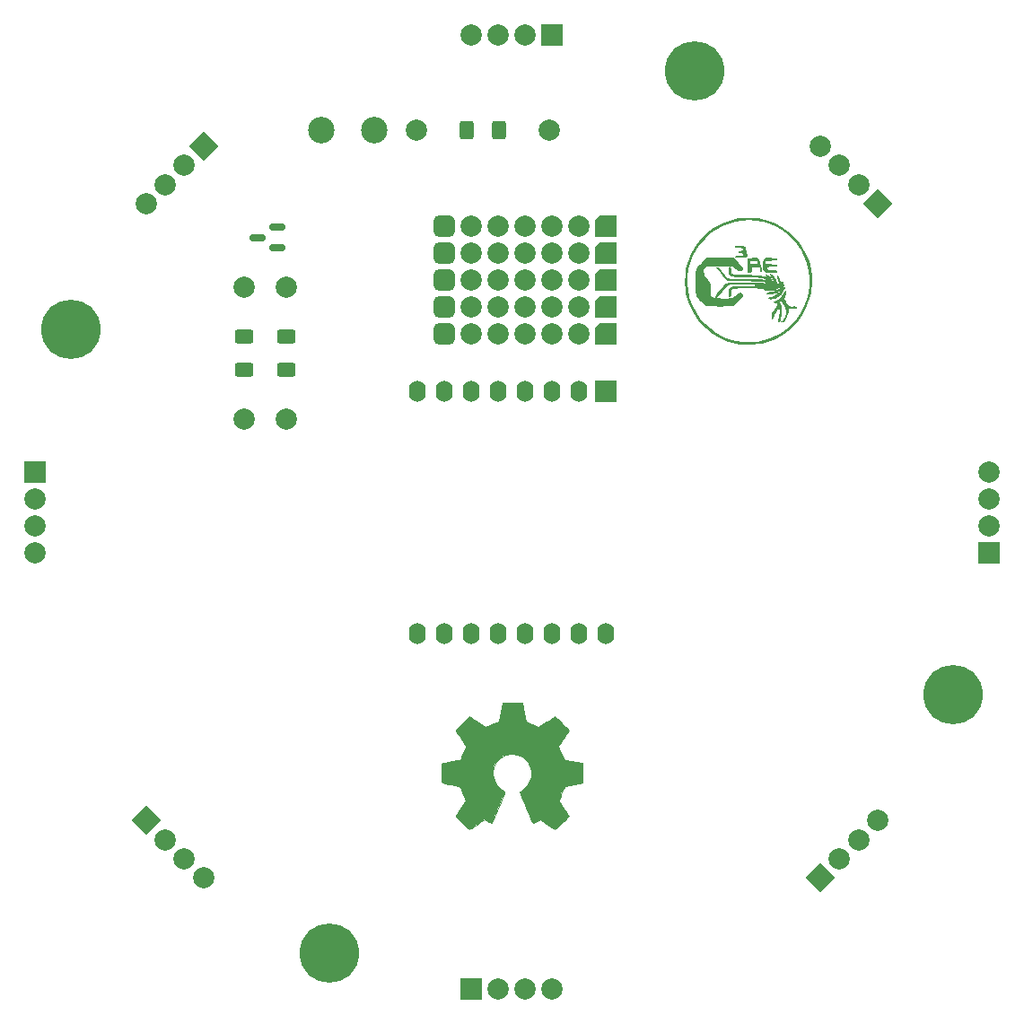
<source format=gbr>
%TF.GenerationSoftware,KiCad,Pcbnew,7.0.5*%
%TF.CreationDate,2024-01-07T17:07:27+01:00*%
%TF.ProjectId,37c3PCBLEDC100R_Rev.2,33376333-5043-4424-9c45-444331303052,rev?*%
%TF.SameCoordinates,Original*%
%TF.FileFunction,Soldermask,Top*%
%TF.FilePolarity,Negative*%
%FSLAX46Y46*%
G04 Gerber Fmt 4.6, Leading zero omitted, Abs format (unit mm)*
G04 Created by KiCad (PCBNEW 7.0.5) date 2024-01-07 17:07:27*
%MOMM*%
%LPD*%
G01*
G04 APERTURE LIST*
G04 Aperture macros list*
%AMRoundRect*
0 Rectangle with rounded corners*
0 $1 Rounding radius*
0 $2 $3 $4 $5 $6 $7 $8 $9 X,Y pos of 4 corners*
0 Add a 4 corners polygon primitive as box body*
4,1,4,$2,$3,$4,$5,$6,$7,$8,$9,$2,$3,0*
0 Add four circle primitives for the rounded corners*
1,1,$1+$1,$2,$3*
1,1,$1+$1,$4,$5*
1,1,$1+$1,$6,$7*
1,1,$1+$1,$8,$9*
0 Add four rect primitives between the rounded corners*
20,1,$1+$1,$2,$3,$4,$5,0*
20,1,$1+$1,$4,$5,$6,$7,0*
20,1,$1+$1,$6,$7,$8,$9,0*
20,1,$1+$1,$8,$9,$2,$3,0*%
%AMRotRect*
0 Rectangle, with rotation*
0 The origin of the aperture is its center*
0 $1 length*
0 $2 width*
0 $3 Rotation angle, in degrees counterclockwise*
0 Add horizontal line*
21,1,$1,$2,0,0,$3*%
%AMOutline5P*
0 Free polygon, 5 corners , with rotation*
0 The origin of the aperture is its center*
0 number of corners: always 5*
0 $1 to $10 corner X, Y*
0 $11 Rotation angle, in degrees counterclockwise*
0 create outline with 5 corners*
4,1,5,$1,$2,$3,$4,$5,$6,$7,$8,$9,$10,$1,$2,$11*%
%AMOutline6P*
0 Free polygon, 6 corners , with rotation*
0 The origin of the aperture is its center*
0 number of corners: always 6*
0 $1 to $12 corner X, Y*
0 $13 Rotation angle, in degrees counterclockwise*
0 create outline with 6 corners*
4,1,6,$1,$2,$3,$4,$5,$6,$7,$8,$9,$10,$11,$12,$1,$2,$13*%
%AMOutline7P*
0 Free polygon, 7 corners , with rotation*
0 The origin of the aperture is its center*
0 number of corners: always 7*
0 $1 to $14 corner X, Y*
0 $15 Rotation angle, in degrees counterclockwise*
0 create outline with 7 corners*
4,1,7,$1,$2,$3,$4,$5,$6,$7,$8,$9,$10,$11,$12,$13,$14,$1,$2,$15*%
%AMOutline8P*
0 Free polygon, 8 corners , with rotation*
0 The origin of the aperture is its center*
0 number of corners: always 8*
0 $1 to $16 corner X, Y*
0 $17 Rotation angle, in degrees counterclockwise*
0 create outline with 8 corners*
4,1,8,$1,$2,$3,$4,$5,$6,$7,$8,$9,$10,$11,$12,$13,$14,$15,$16,$1,$2,$17*%
G04 Aperture macros list end*
%ADD10C,0.010000*%
%ADD11C,2.000000*%
%ADD12RoundRect,0.213255X-0.436745X-0.661745X0.436745X-0.661745X0.436745X0.661745X-0.436745X0.661745X0*%
%ADD13RoundRect,0.213255X-0.661745X0.436745X-0.661745X-0.436745X0.661745X-0.436745X0.661745X0.436745X0*%
%ADD14RotRect,2.000000X2.000000X225.000000*%
%ADD15C,5.600000*%
%ADD16R,2.000000X2.000000*%
%ADD17O,1.600000X2.000000*%
%ADD18RotRect,2.000000X2.000000X45.000000*%
%ADD19RoundRect,0.150000X0.587500X0.150000X-0.587500X0.150000X-0.587500X-0.150000X0.587500X-0.150000X0*%
%ADD20C,2.500000*%
%ADD21RotRect,2.000000X2.000000X315.000000*%
%ADD22RoundRect,0.213255X0.661745X-0.436745X0.661745X0.436745X-0.661745X0.436745X-0.661745X-0.436745X0*%
%ADD23Outline5P,-1.000000X0.600000X-0.600000X1.000000X1.000000X1.000000X1.000000X-1.000000X-1.000000X-1.000000X0.000000*%
%ADD24RoundRect,0.500000X-0.500000X-0.500000X0.500000X-0.500000X0.500000X0.500000X-0.500000X0.500000X0*%
%ADD25RotRect,2.000000X2.000000X135.000000*%
G04 APERTURE END LIST*
%TO.C,REF\u002A\u002A*%
G36*
X175828217Y-80158377D02*
G01*
X175958999Y-80367596D01*
X176091122Y-80505071D01*
X176242903Y-80582151D01*
X176432656Y-80610183D01*
X176555515Y-80609005D01*
X176718286Y-80605628D01*
X176817503Y-80616122D01*
X176873804Y-80644134D01*
X176894300Y-80668867D01*
X176921009Y-80746514D01*
X176881614Y-80800424D01*
X176771127Y-80832728D01*
X176584562Y-80845553D01*
X176480239Y-80845616D01*
X176127510Y-80840981D01*
X176101340Y-81121234D01*
X176060578Y-81343282D01*
X175985046Y-81571765D01*
X175885930Y-81781405D01*
X175774415Y-81946922D01*
X175705941Y-82014749D01*
X175598863Y-82075852D01*
X175495248Y-82099573D01*
X175419571Y-82084044D01*
X175395493Y-82038436D01*
X175424841Y-81977669D01*
X175500840Y-81884844D01*
X175581526Y-81804224D01*
X175747834Y-81598655D01*
X175840058Y-81354734D01*
X175861937Y-81132768D01*
X175841377Y-80970851D01*
X175787164Y-80769184D01*
X175710503Y-80559991D01*
X175622598Y-80375496D01*
X175568800Y-80289621D01*
X175444368Y-80117848D01*
X175562995Y-80004196D01*
X175681623Y-79890543D01*
X175828217Y-80158377D01*
G37*
G36*
X174679076Y-76039059D02*
G01*
X174831754Y-76045166D01*
X174927105Y-76057391D01*
X174978848Y-76077409D01*
X174999616Y-76103852D01*
X175008132Y-76167945D01*
X174971163Y-76215435D01*
X174879446Y-76249374D01*
X174723717Y-76272811D01*
X174494713Y-76288798D01*
X174428871Y-76291820D01*
X173932555Y-76313022D01*
X173919267Y-76450835D01*
X173913796Y-76546413D01*
X173918346Y-76593776D01*
X173919267Y-76594557D01*
X173964212Y-76598749D01*
X174077302Y-76605922D01*
X174241966Y-76615106D01*
X174441631Y-76625331D01*
X174462605Y-76626360D01*
X174682829Y-76638032D01*
X174832007Y-76649524D01*
X174923844Y-76663697D01*
X174972049Y-76683414D01*
X174990326Y-76711539D01*
X174992655Y-76737062D01*
X174985807Y-76776242D01*
X174955045Y-76802596D01*
X174885038Y-76819996D01*
X174760456Y-76832316D01*
X174573050Y-76843072D01*
X174370548Y-76856085D01*
X174236898Y-76872819D01*
X174156148Y-76896540D01*
X174112341Y-76930511D01*
X174106823Y-76938481D01*
X174082933Y-77030120D01*
X174106823Y-77086895D01*
X174145361Y-77123209D01*
X174217779Y-77148645D01*
X174340032Y-77166467D01*
X174528074Y-77179941D01*
X174573050Y-77182304D01*
X174764217Y-77192774D01*
X174886204Y-77203985D01*
X174954546Y-77220648D01*
X174984778Y-77247471D01*
X174992434Y-77289165D01*
X174992655Y-77309516D01*
X174992655Y-77415526D01*
X174483807Y-77426715D01*
X173974959Y-77437904D01*
X173815944Y-77291064D01*
X173656929Y-77144224D01*
X173656929Y-76726340D01*
X173657829Y-76534657D01*
X173664011Y-76407104D01*
X173680701Y-76323007D01*
X173713123Y-76261688D01*
X173766501Y-76202470D01*
X173796760Y-76172926D01*
X173936592Y-76037396D01*
X174455353Y-76037396D01*
X174679076Y-76039059D01*
G37*
G36*
X171729736Y-74895723D02*
G01*
X171881222Y-74909733D01*
X171974999Y-74940975D01*
X172024562Y-74995908D01*
X172043403Y-75080988D01*
X172045576Y-75150201D01*
X172060333Y-75266321D01*
X172096531Y-75347364D01*
X172103280Y-75354034D01*
X172142072Y-75426191D01*
X172171959Y-75552239D01*
X172189610Y-75701447D01*
X172191691Y-75843081D01*
X172174869Y-75946408D01*
X172168969Y-75959724D01*
X172142387Y-75992944D01*
X172094776Y-76015187D01*
X172011048Y-76028580D01*
X171876117Y-76035256D01*
X171674897Y-76037342D01*
X171618714Y-76037396D01*
X171397374Y-76035678D01*
X171246951Y-76029376D01*
X171153604Y-76016767D01*
X171103489Y-75996130D01*
X171084525Y-75970940D01*
X171075783Y-75907652D01*
X171114218Y-75864482D01*
X171210728Y-75837108D01*
X171376209Y-75821207D01*
X171473271Y-75816747D01*
X171641491Y-75809237D01*
X171742222Y-75798081D01*
X171792749Y-75777234D01*
X171810355Y-75740653D01*
X171812354Y-75698164D01*
X171802318Y-75629895D01*
X171756694Y-75595903D01*
X171652210Y-75580549D01*
X171635440Y-75579276D01*
X171484021Y-75550268D01*
X171396577Y-75499487D01*
X171375437Y-75441417D01*
X171422934Y-75390543D01*
X171541398Y-75361348D01*
X171599979Y-75358932D01*
X171723944Y-75350516D01*
X171788448Y-75318839D01*
X171812234Y-75274503D01*
X171824751Y-75192358D01*
X171791144Y-75140927D01*
X171699539Y-75113842D01*
X171538062Y-75104733D01*
X171495290Y-75104508D01*
X171296864Y-75099910D01*
X171169253Y-75083298D01*
X171098820Y-75050445D01*
X171071931Y-74997125D01*
X171070284Y-74972759D01*
X171077044Y-74936592D01*
X171107348Y-74913245D01*
X171176231Y-74899955D01*
X171298732Y-74893959D01*
X171489884Y-74892492D01*
X171507046Y-74892488D01*
X171729736Y-74895723D01*
G37*
G36*
X173291560Y-76207134D02*
G01*
X173387658Y-76327497D01*
X173433342Y-76433092D01*
X173444909Y-76560996D01*
X173463228Y-76714997D01*
X173523647Y-76816072D01*
X173531586Y-76823562D01*
X173583113Y-76887426D01*
X173606021Y-76974641D01*
X173606978Y-77113424D01*
X173605793Y-77137563D01*
X173594495Y-77273803D01*
X173573725Y-77345010D01*
X173535320Y-77370948D01*
X173508515Y-77373122D01*
X173447698Y-77353597D01*
X173418659Y-77280891D01*
X173412260Y-77224708D01*
X173397725Y-77060707D01*
X173373192Y-76960468D01*
X173320736Y-76908304D01*
X173222434Y-76888531D01*
X173060360Y-76885465D01*
X173024597Y-76885476D01*
X172842744Y-76888880D01*
X172729468Y-76907264D01*
X172668582Y-76952884D01*
X172643899Y-77038000D01*
X172639233Y-77174867D01*
X172639232Y-77177292D01*
X172626296Y-77294983D01*
X172594539Y-77378482D01*
X172588348Y-77385844D01*
X172496509Y-77428374D01*
X172377004Y-77431616D01*
X172277327Y-77395570D01*
X172266077Y-77385844D01*
X172244587Y-77322491D01*
X172228629Y-77193810D01*
X172218202Y-77019099D01*
X172213306Y-76817659D01*
X172213942Y-76608788D01*
X172217822Y-76484874D01*
X172469219Y-76484874D01*
X172498380Y-76544195D01*
X172577753Y-76574513D01*
X172720394Y-76582671D01*
X172840010Y-76579842D01*
X173169283Y-76567446D01*
X173169283Y-76440234D01*
X173169283Y-76313022D01*
X172830631Y-76313022D01*
X172659206Y-76315439D01*
X172555075Y-76325212D01*
X172500799Y-76346124D01*
X172478939Y-76381961D01*
X172477212Y-76389706D01*
X172469219Y-76484874D01*
X172217822Y-76484874D01*
X172220110Y-76411786D01*
X172231809Y-76245951D01*
X172249039Y-76130582D01*
X172266077Y-76088281D01*
X172338686Y-76061220D01*
X172488084Y-76043995D01*
X172706731Y-76037435D01*
X172727587Y-76037396D01*
X173138212Y-76037396D01*
X173291560Y-76207134D01*
G37*
G36*
X175891278Y-79126808D02*
G01*
X175903207Y-79221585D01*
X175888402Y-79354422D01*
X175848143Y-79504555D01*
X175821591Y-79573330D01*
X175742383Y-79718406D01*
X175631431Y-79872673D01*
X175507241Y-80014782D01*
X175388320Y-80123381D01*
X175299867Y-80175220D01*
X175240947Y-80201032D01*
X175259147Y-80228745D01*
X175280906Y-80241615D01*
X175336803Y-80305707D01*
X175386393Y-80414354D01*
X175393587Y-80437985D01*
X175420210Y-80589177D01*
X175434242Y-80790821D01*
X175436753Y-81024460D01*
X175428813Y-81271635D01*
X175411490Y-81513887D01*
X175385856Y-81732758D01*
X175352979Y-81909790D01*
X175313929Y-82026525D01*
X175300276Y-82048164D01*
X175222902Y-82096911D01*
X175143828Y-82082922D01*
X175117931Y-82055633D01*
X175114608Y-81998033D01*
X175126839Y-81875996D01*
X175152268Y-81707980D01*
X175184801Y-81531167D01*
X175234091Y-81246846D01*
X175255829Y-81031445D01*
X175250149Y-80894108D01*
X175228059Y-80793984D01*
X175202888Y-80764619D01*
X175157607Y-80793121D01*
X175138857Y-80809849D01*
X175018281Y-80949797D01*
X174898997Y-81139444D01*
X174799883Y-81345525D01*
X174748193Y-81498312D01*
X174690538Y-81673427D01*
X174630509Y-81775195D01*
X174575263Y-81802223D01*
X174531961Y-81753113D01*
X174507761Y-81626470D01*
X174505009Y-81545725D01*
X174515080Y-81408993D01*
X174550209Y-81271988D01*
X174617771Y-81116811D01*
X174725143Y-80925564D01*
X174829527Y-80758160D01*
X174914590Y-80614868D01*
X174983095Y-80480976D01*
X175015204Y-80400313D01*
X175032912Y-80320683D01*
X175010830Y-80286192D01*
X174929496Y-80277965D01*
X174888877Y-80277797D01*
X174781789Y-80263615D01*
X174746193Y-80249527D01*
X175112800Y-80249527D01*
X175118620Y-80274737D01*
X175141069Y-80277797D01*
X175175972Y-80262282D01*
X175169338Y-80249527D01*
X175119015Y-80244453D01*
X175112800Y-80249527D01*
X174746193Y-80249527D01*
X174694780Y-80229179D01*
X174645552Y-80186655D01*
X174651808Y-80148209D01*
X174680450Y-80134558D01*
X174912266Y-80054638D01*
X175100978Y-79958004D01*
X175264341Y-79830080D01*
X175420110Y-79656289D01*
X175586038Y-79422057D01*
X175628927Y-79355881D01*
X175717774Y-79227490D01*
X175795637Y-79133320D01*
X175847302Y-79091502D01*
X175851336Y-79090855D01*
X175891278Y-79126808D01*
G37*
G36*
X171379805Y-76499572D02*
G01*
X171558152Y-76679884D01*
X171683016Y-76812258D01*
X171762425Y-76907140D01*
X171804408Y-76974979D01*
X171816991Y-77026221D01*
X171811551Y-77061425D01*
X171738604Y-77218830D01*
X171638291Y-77298896D01*
X171508839Y-77301604D01*
X171348472Y-77226938D01*
X171155415Y-77074883D01*
X171133890Y-77055092D01*
X170860403Y-76800668D01*
X169612808Y-76800668D01*
X168365213Y-76800668D01*
X168229090Y-76955704D01*
X168153952Y-77048279D01*
X168115284Y-77128038D01*
X168103773Y-77227675D01*
X168109769Y-77374610D01*
X168120804Y-77503350D01*
X168142287Y-77599778D01*
X168185989Y-77687754D01*
X168263677Y-77791136D01*
X168383642Y-77929842D01*
X168504231Y-78070526D01*
X168606721Y-78197397D01*
X168674968Y-78290182D01*
X168689388Y-78313824D01*
X168710435Y-78398685D01*
X168726134Y-78555927D01*
X168735592Y-78773238D01*
X168738064Y-78983614D01*
X168738828Y-79216301D01*
X168742675Y-79379917D01*
X168751943Y-79490193D01*
X168768964Y-79562864D01*
X168796075Y-79613662D01*
X168835611Y-79658321D01*
X168838658Y-79661378D01*
X168948577Y-79740551D01*
X169085472Y-79802153D01*
X169103683Y-79807628D01*
X169209896Y-79824741D01*
X169378576Y-79837774D01*
X169591649Y-79846699D01*
X169831045Y-79851493D01*
X170078690Y-79852131D01*
X170316513Y-79848589D01*
X170526442Y-79840840D01*
X170690405Y-79828861D01*
X170790330Y-79812627D01*
X170798345Y-79809951D01*
X170884438Y-79760384D01*
X171006799Y-79669352D01*
X171141366Y-79554995D01*
X171163957Y-79534325D01*
X171354387Y-79383046D01*
X171514172Y-79310604D01*
X171643963Y-79317013D01*
X171744414Y-79402289D01*
X171811114Y-79549220D01*
X171815471Y-79595693D01*
X171795490Y-79651615D01*
X171743084Y-79727715D01*
X171650163Y-79834723D01*
X171508639Y-79983369D01*
X171401841Y-80092138D01*
X171214934Y-80277655D01*
X171072280Y-80409312D01*
X170961844Y-80496681D01*
X170871591Y-80549338D01*
X170793808Y-80575880D01*
X170699333Y-80587411D01*
X170535509Y-80596635D01*
X170317584Y-80603557D01*
X170060803Y-80608181D01*
X169780412Y-80610511D01*
X169491658Y-80610552D01*
X169209787Y-80608308D01*
X168950044Y-80603784D01*
X168727677Y-80596985D01*
X168557930Y-80587913D01*
X168456050Y-80576575D01*
X168449685Y-80575200D01*
X168345863Y-80544511D01*
X168282580Y-80514693D01*
X168280416Y-80512747D01*
X168239630Y-80474277D01*
X168149306Y-80390276D01*
X168022294Y-80272663D01*
X167871442Y-80133353D01*
X167852186Y-80115595D01*
X167694312Y-79963547D01*
X167556145Y-79818503D01*
X167452204Y-79696512D01*
X167397007Y-79613623D01*
X167395997Y-79611296D01*
X167377712Y-79545555D01*
X167363419Y-79439994D01*
X167352753Y-79286265D01*
X167345352Y-79076023D01*
X167340851Y-78800924D01*
X167338888Y-78452623D01*
X167338732Y-78296110D01*
X167339228Y-77943147D01*
X167341103Y-77664735D01*
X167344940Y-77450620D01*
X167351318Y-77290548D01*
X167360821Y-77174266D01*
X167374028Y-77091520D01*
X167391522Y-77032056D01*
X167412939Y-76987267D01*
X167470766Y-76910423D01*
X167577124Y-76791180D01*
X167718029Y-76644453D01*
X167879502Y-76485156D01*
X167919166Y-76447278D01*
X168351187Y-76037396D01*
X169634408Y-76037396D01*
X170917630Y-76037396D01*
X171379805Y-76499572D01*
G37*
G36*
X172634441Y-72246194D02*
G01*
X172943196Y-72260349D01*
X173216877Y-72282202D01*
X173435582Y-72311541D01*
X173487313Y-72321730D01*
X174197042Y-72517874D01*
X174863933Y-72785552D01*
X175484376Y-73121158D01*
X176054765Y-73521083D01*
X176571491Y-73981722D01*
X177030948Y-74499466D01*
X177429528Y-75070709D01*
X177763624Y-75691842D01*
X178029628Y-76359258D01*
X178220846Y-77055092D01*
X178259353Y-77297426D01*
X178286075Y-77601453D01*
X178301012Y-77944879D01*
X178304164Y-78305414D01*
X178295530Y-78660763D01*
X178275111Y-78988634D01*
X178242906Y-79266736D01*
X178220846Y-79387313D01*
X178025429Y-80095029D01*
X177758232Y-80760673D01*
X177422944Y-81380501D01*
X177023257Y-81950767D01*
X176562859Y-82467724D01*
X176045443Y-82927628D01*
X175474698Y-83326733D01*
X174854314Y-83661294D01*
X174187983Y-83927564D01*
X173577615Y-84099867D01*
X173374840Y-84135093D01*
X173109538Y-84164313D01*
X172803569Y-84186726D01*
X172478795Y-84201532D01*
X172157076Y-84207932D01*
X171860275Y-84205125D01*
X171610251Y-84192312D01*
X171474015Y-84176842D01*
X171142281Y-84113587D01*
X170787384Y-84026719D01*
X170446771Y-83926214D01*
X170188803Y-83834496D01*
X169521281Y-83526580D01*
X168907644Y-83154249D01*
X168350634Y-82720739D01*
X167852991Y-82229285D01*
X167417456Y-81683124D01*
X167046771Y-81085492D01*
X166743676Y-80439624D01*
X166510913Y-79748756D01*
X166421730Y-79387313D01*
X166383109Y-79144816D01*
X166356314Y-78840639D01*
X166341344Y-78497083D01*
X166340579Y-78409343D01*
X166564171Y-78409343D01*
X166618372Y-79063190D01*
X166741611Y-79693722D01*
X166815798Y-79953065D01*
X167060793Y-80590222D01*
X167379022Y-81190895D01*
X167764573Y-81749065D01*
X168211535Y-82258717D01*
X168713994Y-82713832D01*
X169266039Y-83108394D01*
X169861758Y-83436386D01*
X170486323Y-83688805D01*
X171147564Y-83868763D01*
X171816130Y-83966250D01*
X172497035Y-83981596D01*
X173195292Y-83915128D01*
X173404735Y-83880048D01*
X174074869Y-83714987D01*
X174711446Y-83472280D01*
X175312372Y-83153039D01*
X175875552Y-82758376D01*
X176393403Y-82294913D01*
X176859049Y-81769548D01*
X177252147Y-81203728D01*
X177571274Y-80603190D01*
X177815008Y-79973668D01*
X177981927Y-79320897D01*
X178070609Y-78650613D01*
X178079631Y-77968551D01*
X178007573Y-77280444D01*
X177853011Y-76592029D01*
X177828355Y-76508022D01*
X177600777Y-75896366D01*
X177297063Y-75310156D01*
X176924086Y-74757455D01*
X176488718Y-74246330D01*
X175997831Y-73784845D01*
X175458298Y-73381064D01*
X174876991Y-73043052D01*
X174874814Y-73041956D01*
X174290212Y-72793352D01*
X173667453Y-72613404D01*
X173019327Y-72502966D01*
X172358626Y-72462895D01*
X171698138Y-72494045D01*
X171050653Y-72597272D01*
X170498975Y-72749353D01*
X169860978Y-73007248D01*
X169262372Y-73336829D01*
X168708770Y-73732396D01*
X168205785Y-74188251D01*
X167759029Y-74698694D01*
X167374116Y-75258026D01*
X167056658Y-75860547D01*
X166815798Y-76489340D01*
X166662884Y-77104276D01*
X166579008Y-77750324D01*
X166564171Y-78409343D01*
X166340579Y-78409343D01*
X166338199Y-78136445D01*
X166346879Y-77781027D01*
X166367384Y-77453127D01*
X166399715Y-77175045D01*
X166421730Y-77055092D01*
X166618513Y-76342508D01*
X166888076Y-75672244D01*
X167228681Y-75046867D01*
X167638593Y-74468945D01*
X168116075Y-73941047D01*
X168659390Y-73465738D01*
X169031004Y-73196932D01*
X169475121Y-72934621D01*
X169983270Y-72697842D01*
X170536592Y-72494195D01*
X171116228Y-72331278D01*
X171261102Y-72298225D01*
X171446708Y-72270744D01*
X171696746Y-72252011D01*
X171991315Y-72241815D01*
X172310514Y-72239946D01*
X172634441Y-72246194D01*
G37*
G36*
X170609983Y-76864397D02*
G01*
X170613322Y-76865644D01*
X170652693Y-76906862D01*
X170678761Y-77003550D01*
X170695084Y-77169610D01*
X170696267Y-77189687D01*
X170713303Y-77370605D01*
X170742166Y-77482868D01*
X170785601Y-77541360D01*
X170839235Y-77559263D01*
X170951199Y-77574790D01*
X171126872Y-77588266D01*
X171371632Y-77600023D01*
X171690856Y-77610387D01*
X172056074Y-77619000D01*
X172511459Y-77630815D01*
X172891540Y-77647509D01*
X173205786Y-77671590D01*
X173463670Y-77705566D01*
X173674662Y-77751947D01*
X173848232Y-77813241D01*
X173993852Y-77891956D01*
X174120991Y-77990602D01*
X174239120Y-78111687D01*
X174329437Y-78221202D01*
X174429145Y-78348414D01*
X174354273Y-78221202D01*
X174288921Y-78121291D01*
X174192314Y-77986183D01*
X174095377Y-77858129D01*
X174004287Y-77737531D01*
X173938480Y-77643066D01*
X173911447Y-77594162D01*
X173911353Y-77593104D01*
X173942565Y-77560658D01*
X174018890Y-77567042D01*
X174114358Y-77604827D01*
X174203000Y-77666586D01*
X174217054Y-77680551D01*
X174310373Y-77795115D01*
X174427649Y-77960545D01*
X174553342Y-78152659D01*
X174671911Y-78347274D01*
X174767815Y-78520209D01*
X174803021Y-78592332D01*
X174853115Y-78691443D01*
X174879523Y-78713462D01*
X174885714Y-78679806D01*
X174876476Y-78587545D01*
X174842855Y-78478420D01*
X174778649Y-78338646D01*
X174677662Y-78154440D01*
X174559935Y-77955388D01*
X174466267Y-77793418D01*
X174395663Y-77658229D01*
X174355993Y-77565803D01*
X174351991Y-77533208D01*
X174404389Y-77532344D01*
X174497085Y-77567111D01*
X174520592Y-77579151D01*
X174644668Y-77681532D01*
X174775460Y-77852232D01*
X174903230Y-78076376D01*
X175018239Y-78339085D01*
X175018469Y-78339691D01*
X175078343Y-78479443D01*
X175124091Y-78542968D01*
X175157314Y-78539949D01*
X175171820Y-78485093D01*
X175154291Y-78374226D01*
X175103033Y-78198021D01*
X175085813Y-78145835D01*
X175020983Y-77945883D01*
X174984547Y-77812819D01*
X174974609Y-77734317D01*
X174989271Y-77698052D01*
X175015882Y-77691152D01*
X175090653Y-77727663D01*
X175175719Y-77822236D01*
X175254695Y-77952432D01*
X175311089Y-78095435D01*
X175361923Y-78244457D01*
X175408350Y-78310609D01*
X175451724Y-78295633D01*
X175458671Y-78285500D01*
X175518643Y-78249779D01*
X175570981Y-78242404D01*
X175627806Y-78254056D01*
X175639767Y-78305184D01*
X175627552Y-78374914D01*
X175620514Y-78490437D01*
X175655985Y-78543808D01*
X175684240Y-78580455D01*
X175673171Y-78645434D01*
X175619128Y-78759902D01*
X175618482Y-78761132D01*
X175568046Y-78860774D01*
X175558260Y-78893293D01*
X175587999Y-78865372D01*
X175604078Y-78846662D01*
X175676626Y-78777767D01*
X175730921Y-78751253D01*
X175774967Y-78781876D01*
X175772447Y-78864624D01*
X175730284Y-78985806D01*
X175655403Y-79131738D01*
X175554730Y-79288730D01*
X175435190Y-79443097D01*
X175317710Y-79567978D01*
X175139451Y-79721483D01*
X174977910Y-79820230D01*
X174843616Y-79871216D01*
X174637188Y-79918311D01*
X174444380Y-79936914D01*
X174285444Y-79926969D01*
X174180625Y-79888416D01*
X174164285Y-79873162D01*
X174134176Y-79816006D01*
X174159078Y-79771540D01*
X174248457Y-79733401D01*
X174411778Y-79695226D01*
X174436008Y-79690492D01*
X174710216Y-79616283D01*
X174946271Y-79500190D01*
X175170552Y-79327322D01*
X175296455Y-79204709D01*
X175406846Y-79089347D01*
X175459567Y-79030442D01*
X175456814Y-79024382D01*
X175400782Y-79067552D01*
X175358861Y-79102003D01*
X175211373Y-79210586D01*
X175048801Y-79310793D01*
X174979532Y-79346624D01*
X174780891Y-79423053D01*
X174572179Y-79475074D01*
X174370822Y-79501617D01*
X174194245Y-79501612D01*
X174059872Y-79473986D01*
X173985129Y-79417670D01*
X173980632Y-79408008D01*
X173985634Y-79347736D01*
X174057061Y-79300307D01*
X174201612Y-79262721D01*
X174355849Y-79239931D01*
X174668880Y-79177195D01*
X174946631Y-79073140D01*
X175167064Y-78936230D01*
X175184379Y-78921688D01*
X175331887Y-78794135D01*
X174992655Y-78952911D01*
X174804762Y-79035599D01*
X174651791Y-79085682D01*
X174495037Y-79112643D01*
X174295795Y-79125969D01*
X174284597Y-79126424D01*
X174104144Y-79131879D01*
X173986570Y-79127970D01*
X173910105Y-79110556D01*
X173852982Y-79075495D01*
X173810920Y-79036311D01*
X173774604Y-79002290D01*
X173734890Y-78976172D01*
X173680253Y-78956497D01*
X173599164Y-78941803D01*
X173480096Y-78930629D01*
X173311523Y-78921514D01*
X173081917Y-78912998D01*
X172779751Y-78903618D01*
X172759212Y-78903000D01*
X172369384Y-78895009D01*
X171999001Y-78894519D01*
X171658036Y-78901023D01*
X171356467Y-78914017D01*
X171104266Y-78932993D01*
X170911409Y-78957446D01*
X170787871Y-78986870D01*
X170753394Y-79004731D01*
X170713746Y-79082190D01*
X170688550Y-79238447D01*
X170679763Y-79380480D01*
X170672067Y-79544644D01*
X170659952Y-79642415D01*
X170636729Y-79692180D01*
X170595712Y-79712323D01*
X170556935Y-79718172D01*
X170492858Y-79719463D01*
X170456151Y-79691339D01*
X170434514Y-79614306D01*
X170419281Y-79500056D01*
X170406708Y-79241117D01*
X170441353Y-79043874D01*
X170528194Y-78896482D01*
X170672209Y-78787097D01*
X170731052Y-78758244D01*
X170784718Y-78739994D01*
X170861875Y-78724824D01*
X170971039Y-78712295D01*
X171120722Y-78701965D01*
X171319440Y-78693393D01*
X171575707Y-78686139D01*
X171898035Y-78679763D01*
X172294940Y-78673822D01*
X172384808Y-78672638D01*
X172731580Y-78667242D01*
X173040514Y-78660658D01*
X173303711Y-78653187D01*
X173513272Y-78645130D01*
X173661297Y-78636788D01*
X173739888Y-78628463D01*
X173743186Y-78620874D01*
X173666804Y-78612389D01*
X173516580Y-78602943D01*
X173303467Y-78592963D01*
X173038420Y-78582874D01*
X172732394Y-78573102D01*
X172396342Y-78564074D01*
X172123397Y-78557884D01*
X170650571Y-78527163D01*
X170412195Y-78643790D01*
X170307505Y-78701236D01*
X170209705Y-78771911D01*
X170105549Y-78868511D01*
X169981790Y-79003736D01*
X169825181Y-79190285D01*
X169764513Y-79264682D01*
X169583467Y-79481871D01*
X169443890Y-79634324D01*
X169339243Y-79727220D01*
X169262986Y-79765732D01*
X169208578Y-79755036D01*
X169182517Y-79725268D01*
X169193726Y-79670947D01*
X169251461Y-79565086D01*
X169346702Y-79420232D01*
X169470428Y-79248928D01*
X169613617Y-79063722D01*
X169767249Y-78877158D01*
X169904493Y-78721194D01*
X170049827Y-78568955D01*
X170156916Y-78475626D01*
X174462605Y-78475626D01*
X174483807Y-78496828D01*
X174505009Y-78475626D01*
X174483807Y-78454424D01*
X174462605Y-78475626D01*
X170156916Y-78475626D01*
X170163464Y-78469919D01*
X170264773Y-78409581D01*
X170366688Y-78375030D01*
X170469867Y-78360532D01*
X170645089Y-78348700D01*
X170879634Y-78339501D01*
X171160780Y-78332898D01*
X171475806Y-78328858D01*
X171811991Y-78327346D01*
X172156613Y-78328327D01*
X172496952Y-78331766D01*
X172820285Y-78337629D01*
X173113893Y-78345881D01*
X173365052Y-78356488D01*
X173561043Y-78369415D01*
X173686023Y-78384070D01*
X173854507Y-78408398D01*
X173945260Y-78410582D01*
X173956712Y-78393343D01*
X173951547Y-78390818D01*
X174420201Y-78390818D01*
X174441403Y-78412020D01*
X174462605Y-78390818D01*
X174441403Y-78369616D01*
X174420201Y-78390818D01*
X173951547Y-78390818D01*
X173887290Y-78359405D01*
X173735422Y-78311488D01*
X173728977Y-78309698D01*
X173640343Y-78291743D01*
X173508968Y-78276177D01*
X173327908Y-78262658D01*
X173090217Y-78250844D01*
X172788952Y-78240394D01*
X172417168Y-78230966D01*
X171967921Y-78222220D01*
X171939566Y-78221730D01*
X171528845Y-78214357D01*
X171194423Y-78207403D01*
X170927797Y-78200347D01*
X170720463Y-78192673D01*
X170563918Y-78183861D01*
X170449657Y-78173392D01*
X170369178Y-78160750D01*
X170313977Y-78145414D01*
X170275551Y-78126867D01*
X170264608Y-78119605D01*
X170197638Y-78058753D01*
X170097820Y-77951460D01*
X169974913Y-77809992D01*
X169838677Y-77646614D01*
X169698873Y-77473589D01*
X169565261Y-77303184D01*
X169447600Y-77147662D01*
X169355650Y-77019288D01*
X169299172Y-76930327D01*
X169287925Y-76893045D01*
X169288390Y-76892852D01*
X169384939Y-76887269D01*
X169491373Y-76937693D01*
X169616154Y-77050460D01*
X169767740Y-77231906D01*
X169802865Y-77278121D01*
X169994432Y-77526535D01*
X170150525Y-77711981D01*
X170280411Y-77843535D01*
X170393356Y-77930273D01*
X170498629Y-77981272D01*
X170530852Y-77991163D01*
X170621578Y-78003436D01*
X170789613Y-78013438D01*
X171027486Y-78020993D01*
X171327724Y-78025929D01*
X171682854Y-78028071D01*
X172079689Y-78027276D01*
X172474452Y-78025674D01*
X172794475Y-78025914D01*
X173049811Y-78028379D01*
X173250516Y-78033451D01*
X173406643Y-78041514D01*
X173528247Y-78052952D01*
X173625384Y-78068147D01*
X173708107Y-78087483D01*
X173715968Y-78089658D01*
X173879835Y-78131158D01*
X173965910Y-78141699D01*
X173975421Y-78121114D01*
X173909594Y-78069236D01*
X173902075Y-78064350D01*
X173820414Y-78015114D01*
X173737909Y-77975841D01*
X173643928Y-77945297D01*
X173527844Y-77922244D01*
X173379027Y-77905447D01*
X173186847Y-77893669D01*
X172940675Y-77885676D01*
X172629883Y-77880230D01*
X172286485Y-77876489D01*
X171866906Y-77870957D01*
X171523105Y-77862161D01*
X171246080Y-77848912D01*
X171026826Y-77830024D01*
X170856340Y-77804309D01*
X170725619Y-77770581D01*
X170625658Y-77727652D01*
X170547454Y-77674337D01*
X170512950Y-77642666D01*
X170467256Y-77585469D01*
X170442988Y-77513739D01*
X170435895Y-77403793D01*
X170441168Y-77242863D01*
X170458971Y-77042512D01*
X170490535Y-76918141D01*
X170539620Y-76861515D01*
X170609983Y-76864397D01*
G37*
D10*
X151119803Y-118900640D02*
X151288676Y-119796427D01*
X151911796Y-120053298D01*
X152534916Y-120310168D01*
X153282453Y-119801849D01*
X153491802Y-119660316D01*
X153681043Y-119533945D01*
X153841343Y-119428507D01*
X153963874Y-119349770D01*
X154039802Y-119303505D01*
X154060480Y-119293529D01*
X154097731Y-119319186D01*
X154177332Y-119390115D01*
X154290361Y-119497257D01*
X154427895Y-119631550D01*
X154581012Y-119783934D01*
X154740789Y-119945347D01*
X154898305Y-120106730D01*
X155044637Y-120259022D01*
X155170863Y-120393162D01*
X155268060Y-120500089D01*
X155327307Y-120570742D01*
X155341471Y-120594388D01*
X155321087Y-120637979D01*
X155263941Y-120733481D01*
X155176041Y-120871550D01*
X155063396Y-121042845D01*
X154932013Y-121238025D01*
X154855882Y-121349352D01*
X154717118Y-121552633D01*
X154593811Y-121736073D01*
X154491945Y-121890542D01*
X154417501Y-122006909D01*
X154376461Y-122076042D01*
X154370294Y-122090570D01*
X154384274Y-122131860D01*
X154422382Y-122228092D01*
X154478867Y-122365734D01*
X154547980Y-122531258D01*
X154623970Y-122711132D01*
X154701089Y-122891828D01*
X154773585Y-123059814D01*
X154835709Y-123201560D01*
X154881712Y-123303537D01*
X154905843Y-123352214D01*
X154907267Y-123354130D01*
X154945158Y-123363425D01*
X155046069Y-123384160D01*
X155199540Y-123414298D01*
X155395112Y-123451801D01*
X155622325Y-123494629D01*
X155754891Y-123519326D01*
X155997679Y-123565553D01*
X156216974Y-123609540D01*
X156401681Y-123648881D01*
X156540705Y-123681169D01*
X156622952Y-123703997D01*
X156639485Y-123711240D01*
X156655678Y-123760261D01*
X156668744Y-123870977D01*
X156678691Y-124030438D01*
X156685528Y-124225700D01*
X156689264Y-124443814D01*
X156689907Y-124671835D01*
X156687468Y-124896815D01*
X156681953Y-125105809D01*
X156673374Y-125285868D01*
X156661737Y-125424047D01*
X156647052Y-125507398D01*
X156638245Y-125524750D01*
X156585599Y-125545548D01*
X156474043Y-125575282D01*
X156318335Y-125610459D01*
X156133229Y-125647586D01*
X156068613Y-125659597D01*
X155757071Y-125716662D01*
X155510976Y-125762618D01*
X155322195Y-125799293D01*
X155182598Y-125828513D01*
X155084052Y-125852104D01*
X155018426Y-125871892D01*
X154977589Y-125889706D01*
X154953409Y-125907370D01*
X154950026Y-125910861D01*
X154916255Y-125967100D01*
X154864737Y-126076547D01*
X154800617Y-126225800D01*
X154729039Y-126401459D01*
X154655146Y-126590121D01*
X154584083Y-126778385D01*
X154520993Y-126952848D01*
X154471021Y-127100108D01*
X154439312Y-127206764D01*
X154431008Y-127259413D01*
X154431700Y-127261257D01*
X154459836Y-127304292D01*
X154523665Y-127398978D01*
X154616480Y-127535460D01*
X154731573Y-127703882D01*
X154862237Y-127894390D01*
X154899448Y-127948529D01*
X155032129Y-128144804D01*
X155148883Y-128323886D01*
X155243349Y-128475492D01*
X155309168Y-128589338D01*
X155339978Y-128655141D01*
X155341471Y-128663225D01*
X155315584Y-128705715D01*
X155244054Y-128789891D01*
X155136076Y-128906705D01*
X155000846Y-129047110D01*
X154847558Y-129202061D01*
X154685409Y-129362509D01*
X154523593Y-129519409D01*
X154371306Y-129663713D01*
X154237743Y-129786376D01*
X154132100Y-129878350D01*
X154063572Y-129930589D01*
X154044614Y-129939118D01*
X154000487Y-129919029D01*
X153910142Y-129864849D01*
X153788295Y-129785704D01*
X153694546Y-129722001D01*
X153524678Y-129605110D01*
X153323512Y-129467476D01*
X153121733Y-129330063D01*
X153013250Y-129256519D01*
X152646058Y-129008155D01*
X152337826Y-129174813D01*
X152197404Y-129247822D01*
X152077996Y-129304571D01*
X151997202Y-129336937D01*
X151976636Y-129341441D01*
X151951906Y-129308189D01*
X151903118Y-129214224D01*
X151833913Y-129068213D01*
X151747935Y-128878824D01*
X151648824Y-128654724D01*
X151540224Y-128404581D01*
X151425775Y-128137063D01*
X151309120Y-127860836D01*
X151193901Y-127584568D01*
X151083760Y-127316927D01*
X150982339Y-127066580D01*
X150893280Y-126842195D01*
X150820225Y-126652439D01*
X150766816Y-126505980D01*
X150736695Y-126411485D01*
X150731851Y-126379031D01*
X150770245Y-126337636D01*
X150854308Y-126270438D01*
X150966467Y-126191400D01*
X150975881Y-126185147D01*
X151265768Y-125953103D01*
X151499512Y-125682386D01*
X151675087Y-125381653D01*
X151790469Y-125059561D01*
X151843630Y-124724765D01*
X151832547Y-124385922D01*
X151755192Y-124051688D01*
X151609540Y-123730719D01*
X151566688Y-123660495D01*
X151343802Y-123376927D01*
X151080491Y-123149218D01*
X150785865Y-122978551D01*
X150469041Y-122866112D01*
X150139130Y-122813083D01*
X149805246Y-122820651D01*
X149476503Y-122889998D01*
X149162014Y-123022309D01*
X148870893Y-123218768D01*
X148780840Y-123298506D01*
X148551653Y-123548108D01*
X148384646Y-123810868D01*
X148270085Y-124105399D01*
X148206281Y-124397075D01*
X148190530Y-124725012D01*
X148243051Y-125054577D01*
X148358510Y-125374630D01*
X148531571Y-125674032D01*
X148756899Y-125941643D01*
X149029160Y-126166325D01*
X149064942Y-126190008D01*
X149178302Y-126267568D01*
X149264478Y-126334768D01*
X149305677Y-126377675D01*
X149306276Y-126379031D01*
X149297431Y-126425446D01*
X149262369Y-126530786D01*
X149204733Y-126686388D01*
X149128166Y-126883584D01*
X149036314Y-127113710D01*
X148932817Y-127368101D01*
X148821321Y-127638090D01*
X148705468Y-127915012D01*
X148588903Y-128190201D01*
X148475267Y-128454993D01*
X148368206Y-128700721D01*
X148271362Y-128918721D01*
X148188379Y-129100326D01*
X148122901Y-129236871D01*
X148078569Y-129319690D01*
X148060717Y-129341441D01*
X148006166Y-129324504D01*
X147904095Y-129279077D01*
X147772105Y-129213280D01*
X147699526Y-129174813D01*
X147391295Y-129008155D01*
X147024103Y-129256519D01*
X146836660Y-129383754D01*
X146631443Y-129523773D01*
X146439133Y-129655612D01*
X146342807Y-129722001D01*
X146207327Y-129812976D01*
X146092607Y-129885071D01*
X146013612Y-129929154D01*
X145987954Y-129938473D01*
X145950609Y-129913334D01*
X145867958Y-129843154D01*
X145748015Y-129735220D01*
X145598791Y-129596818D01*
X145428301Y-129435235D01*
X145320474Y-129331488D01*
X145131828Y-129146135D01*
X144968795Y-128980351D01*
X144837968Y-128841227D01*
X144745935Y-128735856D01*
X144699287Y-128671329D01*
X144694812Y-128658234D01*
X144715580Y-128608425D01*
X144772969Y-128507713D01*
X144860613Y-128366295D01*
X144972146Y-128194367D01*
X145101203Y-128002124D01*
X145137904Y-127948529D01*
X145271632Y-127753733D01*
X145391607Y-127578353D01*
X145491121Y-127432243D01*
X145563467Y-127325258D01*
X145601936Y-127267255D01*
X145605653Y-127261257D01*
X145600095Y-127215032D01*
X145570593Y-127113398D01*
X145522291Y-126969758D01*
X145460333Y-126797514D01*
X145389863Y-126610066D01*
X145316025Y-126420818D01*
X145243963Y-126243171D01*
X145178822Y-126090527D01*
X145125745Y-125976288D01*
X145089877Y-125913856D01*
X145087327Y-125910861D01*
X145065394Y-125893019D01*
X145028348Y-125875374D01*
X144968059Y-125856101D01*
X144876396Y-125833374D01*
X144745226Y-125805364D01*
X144566418Y-125770247D01*
X144331842Y-125726195D01*
X144033365Y-125671382D01*
X143968740Y-125659597D01*
X143777206Y-125622591D01*
X143610231Y-125586389D01*
X143482568Y-125554485D01*
X143408976Y-125530372D01*
X143399108Y-125524750D01*
X143382847Y-125474910D01*
X143369630Y-125363532D01*
X143359464Y-125203563D01*
X143352360Y-125007950D01*
X143348326Y-124789640D01*
X143347370Y-124561579D01*
X143349502Y-124336714D01*
X143354731Y-124127991D01*
X143363065Y-123948358D01*
X143374513Y-123810762D01*
X143389084Y-123728148D01*
X143397868Y-123711240D01*
X143446770Y-123694184D01*
X143558127Y-123666436D01*
X143720844Y-123630403D01*
X143923826Y-123588493D01*
X144155979Y-123543111D01*
X144282462Y-123519326D01*
X144522445Y-123474465D01*
X144736451Y-123433825D01*
X144914022Y-123399446D01*
X145044698Y-123373365D01*
X145118018Y-123357621D01*
X145130085Y-123354130D01*
X145150481Y-123314779D01*
X145193594Y-123219993D01*
X145253679Y-123083315D01*
X145324987Y-122918286D01*
X145401773Y-122738447D01*
X145478290Y-122557340D01*
X145548790Y-122388507D01*
X145607527Y-122245488D01*
X145648754Y-122141826D01*
X145666724Y-122091061D01*
X145667059Y-122088842D01*
X145646687Y-122048796D01*
X145589573Y-121956639D01*
X145501721Y-121821533D01*
X145389133Y-121652635D01*
X145257811Y-121459105D01*
X145181471Y-121347941D01*
X145042364Y-121144116D01*
X144918812Y-120959063D01*
X144816842Y-120802146D01*
X144742483Y-120682724D01*
X144701763Y-120610160D01*
X144695882Y-120593893D01*
X144721163Y-120556030D01*
X144791052Y-120475186D01*
X144896623Y-120360419D01*
X145028948Y-120220785D01*
X145179099Y-120065342D01*
X145338148Y-119903146D01*
X145497167Y-119743254D01*
X145647229Y-119594724D01*
X145779406Y-119466613D01*
X145884770Y-119367977D01*
X145954393Y-119307873D01*
X145977685Y-119293529D01*
X146015610Y-119313699D01*
X146106317Y-119370363D01*
X146240989Y-119457753D01*
X146410805Y-119570100D01*
X146606946Y-119701638D01*
X146754900Y-119801849D01*
X147502436Y-120310168D01*
X148125556Y-120053298D01*
X148748676Y-119796427D01*
X149086424Y-118004853D01*
X150950929Y-118004853D01*
X151119803Y-118900640D01*
G36*
X151119803Y-118900640D02*
G01*
X151288676Y-119796427D01*
X151911796Y-120053298D01*
X152534916Y-120310168D01*
X153282453Y-119801849D01*
X153491802Y-119660316D01*
X153681043Y-119533945D01*
X153841343Y-119428507D01*
X153963874Y-119349770D01*
X154039802Y-119303505D01*
X154060480Y-119293529D01*
X154097731Y-119319186D01*
X154177332Y-119390115D01*
X154290361Y-119497257D01*
X154427895Y-119631550D01*
X154581012Y-119783934D01*
X154740789Y-119945347D01*
X154898305Y-120106730D01*
X155044637Y-120259022D01*
X155170863Y-120393162D01*
X155268060Y-120500089D01*
X155327307Y-120570742D01*
X155341471Y-120594388D01*
X155321087Y-120637979D01*
X155263941Y-120733481D01*
X155176041Y-120871550D01*
X155063396Y-121042845D01*
X154932013Y-121238025D01*
X154855882Y-121349352D01*
X154717118Y-121552633D01*
X154593811Y-121736073D01*
X154491945Y-121890542D01*
X154417501Y-122006909D01*
X154376461Y-122076042D01*
X154370294Y-122090570D01*
X154384274Y-122131860D01*
X154422382Y-122228092D01*
X154478867Y-122365734D01*
X154547980Y-122531258D01*
X154623970Y-122711132D01*
X154701089Y-122891828D01*
X154773585Y-123059814D01*
X154835709Y-123201560D01*
X154881712Y-123303537D01*
X154905843Y-123352214D01*
X154907267Y-123354130D01*
X154945158Y-123363425D01*
X155046069Y-123384160D01*
X155199540Y-123414298D01*
X155395112Y-123451801D01*
X155622325Y-123494629D01*
X155754891Y-123519326D01*
X155997679Y-123565553D01*
X156216974Y-123609540D01*
X156401681Y-123648881D01*
X156540705Y-123681169D01*
X156622952Y-123703997D01*
X156639485Y-123711240D01*
X156655678Y-123760261D01*
X156668744Y-123870977D01*
X156678691Y-124030438D01*
X156685528Y-124225700D01*
X156689264Y-124443814D01*
X156689907Y-124671835D01*
X156687468Y-124896815D01*
X156681953Y-125105809D01*
X156673374Y-125285868D01*
X156661737Y-125424047D01*
X156647052Y-125507398D01*
X156638245Y-125524750D01*
X156585599Y-125545548D01*
X156474043Y-125575282D01*
X156318335Y-125610459D01*
X156133229Y-125647586D01*
X156068613Y-125659597D01*
X155757071Y-125716662D01*
X155510976Y-125762618D01*
X155322195Y-125799293D01*
X155182598Y-125828513D01*
X155084052Y-125852104D01*
X155018426Y-125871892D01*
X154977589Y-125889706D01*
X154953409Y-125907370D01*
X154950026Y-125910861D01*
X154916255Y-125967100D01*
X154864737Y-126076547D01*
X154800617Y-126225800D01*
X154729039Y-126401459D01*
X154655146Y-126590121D01*
X154584083Y-126778385D01*
X154520993Y-126952848D01*
X154471021Y-127100108D01*
X154439312Y-127206764D01*
X154431008Y-127259413D01*
X154431700Y-127261257D01*
X154459836Y-127304292D01*
X154523665Y-127398978D01*
X154616480Y-127535460D01*
X154731573Y-127703882D01*
X154862237Y-127894390D01*
X154899448Y-127948529D01*
X155032129Y-128144804D01*
X155148883Y-128323886D01*
X155243349Y-128475492D01*
X155309168Y-128589338D01*
X155339978Y-128655141D01*
X155341471Y-128663225D01*
X155315584Y-128705715D01*
X155244054Y-128789891D01*
X155136076Y-128906705D01*
X155000846Y-129047110D01*
X154847558Y-129202061D01*
X154685409Y-129362509D01*
X154523593Y-129519409D01*
X154371306Y-129663713D01*
X154237743Y-129786376D01*
X154132100Y-129878350D01*
X154063572Y-129930589D01*
X154044614Y-129939118D01*
X154000487Y-129919029D01*
X153910142Y-129864849D01*
X153788295Y-129785704D01*
X153694546Y-129722001D01*
X153524678Y-129605110D01*
X153323512Y-129467476D01*
X153121733Y-129330063D01*
X153013250Y-129256519D01*
X152646058Y-129008155D01*
X152337826Y-129174813D01*
X152197404Y-129247822D01*
X152077996Y-129304571D01*
X151997202Y-129336937D01*
X151976636Y-129341441D01*
X151951906Y-129308189D01*
X151903118Y-129214224D01*
X151833913Y-129068213D01*
X151747935Y-128878824D01*
X151648824Y-128654724D01*
X151540224Y-128404581D01*
X151425775Y-128137063D01*
X151309120Y-127860836D01*
X151193901Y-127584568D01*
X151083760Y-127316927D01*
X150982339Y-127066580D01*
X150893280Y-126842195D01*
X150820225Y-126652439D01*
X150766816Y-126505980D01*
X150736695Y-126411485D01*
X150731851Y-126379031D01*
X150770245Y-126337636D01*
X150854308Y-126270438D01*
X150966467Y-126191400D01*
X150975881Y-126185147D01*
X151265768Y-125953103D01*
X151499512Y-125682386D01*
X151675087Y-125381653D01*
X151790469Y-125059561D01*
X151843630Y-124724765D01*
X151832547Y-124385922D01*
X151755192Y-124051688D01*
X151609540Y-123730719D01*
X151566688Y-123660495D01*
X151343802Y-123376927D01*
X151080491Y-123149218D01*
X150785865Y-122978551D01*
X150469041Y-122866112D01*
X150139130Y-122813083D01*
X149805246Y-122820651D01*
X149476503Y-122889998D01*
X149162014Y-123022309D01*
X148870893Y-123218768D01*
X148780840Y-123298506D01*
X148551653Y-123548108D01*
X148384646Y-123810868D01*
X148270085Y-124105399D01*
X148206281Y-124397075D01*
X148190530Y-124725012D01*
X148243051Y-125054577D01*
X148358510Y-125374630D01*
X148531571Y-125674032D01*
X148756899Y-125941643D01*
X149029160Y-126166325D01*
X149064942Y-126190008D01*
X149178302Y-126267568D01*
X149264478Y-126334768D01*
X149305677Y-126377675D01*
X149306276Y-126379031D01*
X149297431Y-126425446D01*
X149262369Y-126530786D01*
X149204733Y-126686388D01*
X149128166Y-126883584D01*
X149036314Y-127113710D01*
X148932817Y-127368101D01*
X148821321Y-127638090D01*
X148705468Y-127915012D01*
X148588903Y-128190201D01*
X148475267Y-128454993D01*
X148368206Y-128700721D01*
X148271362Y-128918721D01*
X148188379Y-129100326D01*
X148122901Y-129236871D01*
X148078569Y-129319690D01*
X148060717Y-129341441D01*
X148006166Y-129324504D01*
X147904095Y-129279077D01*
X147772105Y-129213280D01*
X147699526Y-129174813D01*
X147391295Y-129008155D01*
X147024103Y-129256519D01*
X146836660Y-129383754D01*
X146631443Y-129523773D01*
X146439133Y-129655612D01*
X146342807Y-129722001D01*
X146207327Y-129812976D01*
X146092607Y-129885071D01*
X146013612Y-129929154D01*
X145987954Y-129938473D01*
X145950609Y-129913334D01*
X145867958Y-129843154D01*
X145748015Y-129735220D01*
X145598791Y-129596818D01*
X145428301Y-129435235D01*
X145320474Y-129331488D01*
X145131828Y-129146135D01*
X144968795Y-128980351D01*
X144837968Y-128841227D01*
X144745935Y-128735856D01*
X144699287Y-128671329D01*
X144694812Y-128658234D01*
X144715580Y-128608425D01*
X144772969Y-128507713D01*
X144860613Y-128366295D01*
X144972146Y-128194367D01*
X145101203Y-128002124D01*
X145137904Y-127948529D01*
X145271632Y-127753733D01*
X145391607Y-127578353D01*
X145491121Y-127432243D01*
X145563467Y-127325258D01*
X145601936Y-127267255D01*
X145605653Y-127261257D01*
X145600095Y-127215032D01*
X145570593Y-127113398D01*
X145522291Y-126969758D01*
X145460333Y-126797514D01*
X145389863Y-126610066D01*
X145316025Y-126420818D01*
X145243963Y-126243171D01*
X145178822Y-126090527D01*
X145125745Y-125976288D01*
X145089877Y-125913856D01*
X145087327Y-125910861D01*
X145065394Y-125893019D01*
X145028348Y-125875374D01*
X144968059Y-125856101D01*
X144876396Y-125833374D01*
X144745226Y-125805364D01*
X144566418Y-125770247D01*
X144331842Y-125726195D01*
X144033365Y-125671382D01*
X143968740Y-125659597D01*
X143777206Y-125622591D01*
X143610231Y-125586389D01*
X143482568Y-125554485D01*
X143408976Y-125530372D01*
X143399108Y-125524750D01*
X143382847Y-125474910D01*
X143369630Y-125363532D01*
X143359464Y-125203563D01*
X143352360Y-125007950D01*
X143348326Y-124789640D01*
X143347370Y-124561579D01*
X143349502Y-124336714D01*
X143354731Y-124127991D01*
X143363065Y-123948358D01*
X143374513Y-123810762D01*
X143389084Y-123728148D01*
X143397868Y-123711240D01*
X143446770Y-123694184D01*
X143558127Y-123666436D01*
X143720844Y-123630403D01*
X143923826Y-123588493D01*
X144155979Y-123543111D01*
X144282462Y-123519326D01*
X144522445Y-123474465D01*
X144736451Y-123433825D01*
X144914022Y-123399446D01*
X145044698Y-123373365D01*
X145118018Y-123357621D01*
X145130085Y-123354130D01*
X145150481Y-123314779D01*
X145193594Y-123219993D01*
X145253679Y-123083315D01*
X145324987Y-122918286D01*
X145401773Y-122738447D01*
X145478290Y-122557340D01*
X145548790Y-122388507D01*
X145607527Y-122245488D01*
X145648754Y-122141826D01*
X145666724Y-122091061D01*
X145667059Y-122088842D01*
X145646687Y-122048796D01*
X145589573Y-121956639D01*
X145501721Y-121821533D01*
X145389133Y-121652635D01*
X145257811Y-121459105D01*
X145181471Y-121347941D01*
X145042364Y-121144116D01*
X144918812Y-120959063D01*
X144816842Y-120802146D01*
X144742483Y-120682724D01*
X144701763Y-120610160D01*
X144695882Y-120593893D01*
X144721163Y-120556030D01*
X144791052Y-120475186D01*
X144896623Y-120360419D01*
X145028948Y-120220785D01*
X145179099Y-120065342D01*
X145338148Y-119903146D01*
X145497167Y-119743254D01*
X145647229Y-119594724D01*
X145779406Y-119466613D01*
X145884770Y-119367977D01*
X145954393Y-119307873D01*
X145977685Y-119293529D01*
X146015610Y-119313699D01*
X146106317Y-119370363D01*
X146240989Y-119457753D01*
X146410805Y-119570100D01*
X146606946Y-119701638D01*
X146754900Y-119801849D01*
X147502436Y-120310168D01*
X148125556Y-120053298D01*
X148748676Y-119796427D01*
X149086424Y-118004853D01*
X150950929Y-118004853D01*
X151119803Y-118900640D01*
G37*
%TD*%
D11*
%TO.C,R1*%
X141000000Y-64000000D03*
D12*
X145700000Y-64000000D03*
X148800000Y-64000000D03*
D11*
X153500000Y-64000000D03*
%TD*%
%TO.C,R2*%
X128750000Y-78750000D03*
D13*
X128750000Y-83450000D03*
X128750000Y-86550000D03*
D11*
X128750000Y-91250000D03*
%TD*%
%TO.C,D4*%
X180901974Y-132698026D03*
D14*
X179105923Y-134494077D03*
D11*
X182698026Y-130901974D03*
X184494077Y-129105923D03*
%TD*%
D15*
%TO.C,H2*%
X167200000Y-58400000D03*
%TD*%
D11*
%TO.C,D7*%
X105000000Y-98730000D03*
D16*
X105000000Y-96190000D03*
D11*
X105000000Y-101270000D03*
X105000000Y-103810000D03*
%TD*%
D16*
%TO.C,U1*%
X158870000Y-88580000D03*
D17*
X156330000Y-88580000D03*
X153790000Y-88580000D03*
X151250000Y-88580000D03*
X148710000Y-88580000D03*
X146170000Y-88580000D03*
X143630000Y-88580000D03*
X141090000Y-88580000D03*
X141090000Y-111440000D03*
X143630000Y-111440000D03*
X146170000Y-111440000D03*
X148710000Y-111440000D03*
X151250000Y-111440000D03*
X153790000Y-111440000D03*
X156330000Y-111440000D03*
X158870000Y-111440000D03*
%TD*%
D11*
%TO.C,D5*%
X148730000Y-145000000D03*
D16*
X146190000Y-145000000D03*
D11*
X151270000Y-145000000D03*
X153810000Y-145000000D03*
%TD*%
D15*
%TO.C,H3*%
X108400000Y-82800000D03*
%TD*%
D11*
%TO.C,D8*%
X119098026Y-67301974D03*
D18*
X120894077Y-65505923D03*
D11*
X117301974Y-69098026D03*
X115505923Y-70894077D03*
%TD*%
D19*
%TO.C,Q1*%
X127837500Y-75050000D03*
X127837500Y-73150000D03*
X125962500Y-74100000D03*
%TD*%
D20*
%TO.C,TP2*%
X132000000Y-64000000D03*
%TD*%
D11*
%TO.C,D3*%
X195000000Y-101270000D03*
D16*
X195000000Y-103810000D03*
D11*
X195000000Y-98730000D03*
X195000000Y-96190000D03*
%TD*%
%TO.C,D1*%
X151270000Y-55000000D03*
D16*
X153810000Y-55000000D03*
D11*
X148730000Y-55000000D03*
X146190000Y-55000000D03*
%TD*%
%TO.C,D2*%
X182698026Y-69098026D03*
D21*
X184494077Y-70894077D03*
D11*
X180901974Y-67301974D03*
X179105923Y-65505923D03*
%TD*%
%TO.C,R3*%
X124750000Y-91250000D03*
D22*
X124750000Y-86550000D03*
X124750000Y-83450000D03*
D11*
X124750000Y-78750000D03*
%TD*%
D15*
%TO.C,H1*%
X132800000Y-141600000D03*
%TD*%
D20*
%TO.C,TP1*%
X137000000Y-64000000D03*
%TD*%
D11*
%TO.C,A1*%
X146170000Y-73070000D03*
X146170000Y-75610000D03*
X146170000Y-78150000D03*
X146170000Y-80690000D03*
X148710000Y-73070000D03*
X148710000Y-75610000D03*
X148710000Y-78150000D03*
X148710000Y-80690000D03*
X151250000Y-73070000D03*
X151250000Y-75610000D03*
X151250000Y-78150000D03*
X151250000Y-80690000D03*
X153790000Y-73070000D03*
X153790000Y-75610000D03*
X153790000Y-78150000D03*
X153790000Y-80690000D03*
X156330000Y-73070000D03*
X156330000Y-75610000D03*
X156330000Y-78150000D03*
X156330000Y-80690000D03*
X156330000Y-83230000D03*
X153790000Y-83230000D03*
X151250000Y-83230000D03*
X148710000Y-83230000D03*
X146170000Y-83230000D03*
D23*
X158870000Y-73070000D03*
X158870000Y-75610000D03*
X158870000Y-78150000D03*
X158870000Y-80690000D03*
X158870000Y-83230000D03*
D24*
X143630000Y-73070000D03*
X143630000Y-75610000D03*
X143630000Y-78150000D03*
X143630000Y-80690000D03*
X143630000Y-83230000D03*
%TD*%
D15*
%TO.C,H4*%
X191600000Y-117200000D03*
%TD*%
D11*
%TO.C,D6*%
X117301974Y-130901974D03*
D25*
X115505923Y-129105923D03*
D11*
X119098026Y-132698026D03*
X120894077Y-134494077D03*
%TD*%
M02*

</source>
